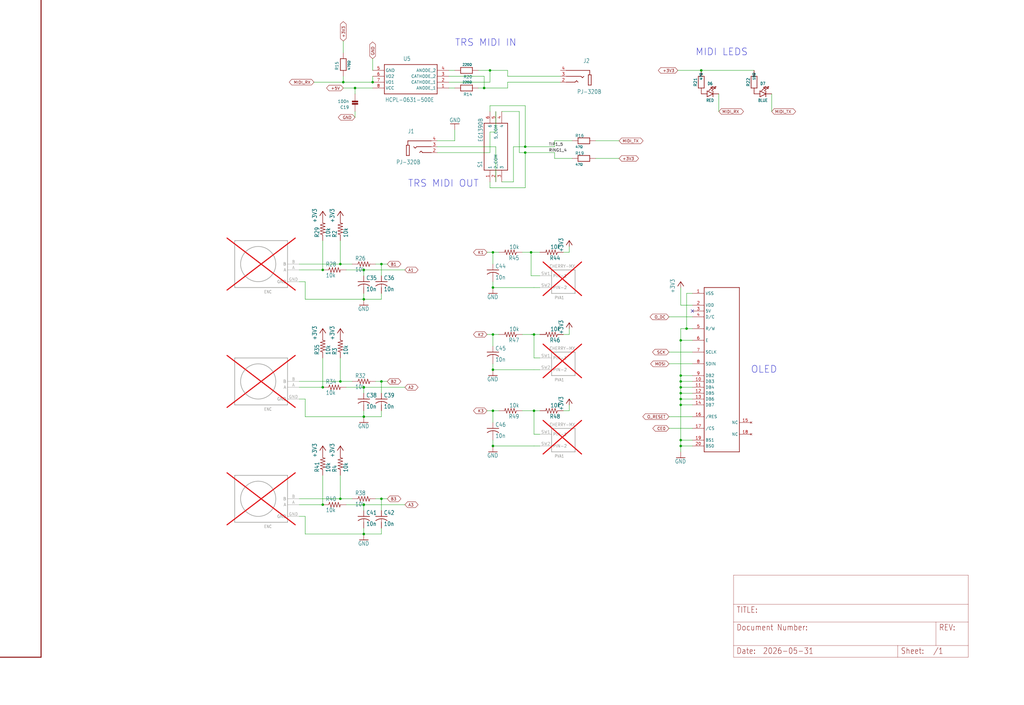
<source format=kicad_sch>
(kicad_sch (version 20250114) (generator "eeschema") (generator_version "9.0")
  (paper "User" 443.23 305.206)
  (lib_symbols
    (symbol "Hachi-Ni_v26-eagle-import:CAP_CERAMIC0603"
      (property "Reference" "C" (at 2.54 2.54 0))
      (symbol "CAP_CERAMIC0603_1_0"
        (pin passive line (at 0 5.08 270) (length 2.54) (name "P$1") (number "1"))
        (pin passive line (at 0 -2.54 90) (length 2.54) (name "P$2") (number "2"))
      )
    )
    (symbol "Hachi-Ni_v26-eagle-import:EG1390B"
      (property "Reference" "S" (at 26.67 7.62 0))
      (symbol "EG1390B_1_0"
        (pin bidirectional line (at 0 0 0) (length 5.08) (name "1") (number "1"))
        (pin bidirectional line (at 0 -2.54 0) (length 5.08) (name "2_COM") (number "2"))
        (pin bidirectional line (at 0 -5.08 0) (length 5.08) (name "3") (number "3"))
        (pin bidirectional line (at 30.48 0 180) (length 5.08) (name "6") (number "6"))
        (pin bidirectional line (at 30.48 -2.54 180) (length 5.08) (name "5_COM") (number "5"))
        (pin bidirectional line (at 30.48 -5.08 180) (length 5.08) (name "4") (number "4"))
      )
    )
    (symbol "Hachi-Ni_v26-eagle-import:HCPL-0631-500E"
      (property "Reference" "U" (at 29.21 7.62 0))
      (symbol "HCPL-0631-500E_1_0"
        (pin bidirectional line (at 0 0 0) (length 5.08) (name "ANODE_1") (number "1"))
        (pin bidirectional line (at 0 -2.54 0) (length 5.08) (name "CATHODE_1") (number "2"))
        (pin bidirectional line (at 0 -5.08 0) (length 5.08) (name "CATHODE_2") (number "3"))
        (pin bidirectional line (at 0 -7.62 0) (length 5.08) (name "ANODE_2") (number "4"))
        (pin bidirectional line (at 33.02 0 180) (length 5.08) (name "VCC") (number "8"))
        (pin bidirectional line (at 33.02 -2.54 180) (length 5.08) (name "VO1") (number "7"))
        (pin bidirectional line (at 33.02 -5.08 180) (length 5.08) (name "VO2") (number "6"))
        (pin bidirectional line (at 33.02 -7.62 180) (length 5.08) (name "GND") (number "5"))
      )
    )
    (symbol "Hachi-Ni_v26-eagle-import:MICROBUILDER_LED0603_NOOUTLINE"
      (property "Reference" "D" (at -1.27 4.445 0))
      (symbol "MICROBUILDER_LED0603_NOOUTLINE_1_0"
        (pin passive line (at -5.08 0 0) (length 2.54) (name "A") (number "A"))
        (pin passive line (at 2.54 0 180) (length 2.54) (name "C") (number "C"))
      )
    )
    (symbol "Hachi-Ni_v26-eagle-import:MICROBUILDER_RESISTOR_0603"
      (property "Reference" "R" (at 0 2.54 0))
      (symbol "MICROBUILDER_RESISTOR_0603_1_0"
        (pin passive line (at -5.08 0 0) (length 2.54) (name "1") (number "1"))
        (pin passive line (at 5.08 0 180) (length 2.54) (name "2") (number "2"))
      )
    )
    (symbol "Hachi-Ni_v26-eagle-import:PJ-320B"
      (property "Reference" "J" (at -5.08 5.08 0))
      (symbol "PJ-320B_1_0"
        (pin passive line (at 7.62 2.54 180) (length 2.54) (name "SLEEVE") (number "4"))
        (pin passive line (at 7.62 0 180) (length 2.54) (name "RING") (number "3"))
        (pin passive line (at 7.62 -2.54 180) (length 2.54) (name "TIP") (number "2"))
      )
    )
    (symbol "Hachi-Ni_v26-eagle-import:supply1_GND" (power)
      (property "Value" "supply1_GND" (at -2.54 -2.54 0))
      (symbol "supply1_GND_1_0"
        (pin power_in line (at 0 2.54 270) (length 2.54) (name "GND") (number "1"))
      )
    )
    (symbol "MyLibrary:CHERRY-MX"
      (symbol "CHERRY-MX_1_0"
        (text "CHERRY-MX" (at -6.096 5.842 0) (effects (font (size 1.4224 1.209)) (justify left bottom)))
        (pin bidirectional line (at -10.16 2.54 0) (length 5.08) (name "PIN-1") (number "SW1"))
        (pin bidirectional line (at -10.16 -2.54 0) (length 5.08) (name "PIN-2") (number "SW2"))
      )
    )
    (symbol "norns-shield-210330-eagle-import:+3V3" (power)
      (property "Value" "+3V3" (at -2.54 -5.08 90))
      (symbol "+3V3_1_0"
        (pin power_in line (at 0 -2.54 90) (length 2.54) (name "+3V3") (number "1"))
      )
    )
    (symbol "norns-shield-210330-eagle-import:C-USC0603"
      (property "Reference" "C" (at 1.016 0.635 0))
      (symbol "C-USC0603_1_0"
        (pin passive line (at 0 2.54 270) (length 2.54) (name "1") (number "1"))
        (pin passive line (at 0 -5.08 90) (length 2.54) (name "2") (number "2"))
      )
    )
    (symbol "norns-shield-210330-eagle-import:ENC"
      (symbol "ENC_1_0"
        (pin bidirectional line (at 17.78 0 180) (length 5.08) (name "B") (number "B"))
        (pin bidirectional line (at 17.78 -2.54 180) (length 5.08) (name "A") (number "A"))
        (pin bidirectional line (at 17.78 -7.62 180) (length 5.08) (name "GND") (number "GND"))
      )
    )
    (symbol "norns-shield-210330-eagle-import:GND" (power)
      (property "Value" "GND" (at -2.54 -2.54 0))
      (symbol "GND_1_0"
        (pin power_in line (at 0 2.54 270) (length 2.54) (name "GND") (number "1"))
      )
    )
    (symbol "norns-shield-210330-eagle-import:OLED128X64"
      (symbol "OLED128X64_1_0"
        (pin bidirectional line (at -27.94 22.86 0) (length 5.08) (name "VSS") (number "1"))
        (pin bidirectional line (at -27.94 17.78 0) (length 5.08) (name "VDD") (number "2"))
        (pin bidirectional line (at -27.94 15.24 0) (length 5.08) (name "5V") (number "3"))
        (pin bidirectional line (at -27.94 12.7 0) (length 5.08) (name "D/C") (number "4"))
        (pin bidirectional line (at -27.94 7.62 0) (length 5.08) (name "R/W") (number "5"))
        (pin bidirectional line (at -27.94 2.54 0) (length 5.08) (name "E") (number "6"))
        (pin bidirectional line (at -27.94 -2.54 0) (length 5.08) (name "SCLK") (number "7"))
        (pin bidirectional line (at -27.94 -7.62 0) (length 5.08) (name "SDIN") (number "8"))
        (pin bidirectional line (at -27.94 -12.7 0) (length 5.08) (name "DB2") (number "9"))
        (pin bidirectional line (at -27.94 -15.24 0) (length 5.08) (name "DB3") (number "10"))
        (pin bidirectional line (at -27.94 -17.78 0) (length 5.08) (name "DB4") (number "11"))
        (pin bidirectional line (at -27.94 -20.32 0) (length 5.08) (name "DB5") (number "12"))
        (pin bidirectional line (at -27.94 -22.86 0) (length 5.08) (name "DB6") (number "13"))
        (pin bidirectional line (at -27.94 -25.4 0) (length 5.08) (name "DB7") (number "14"))
        (pin bidirectional line (at -27.94 -30.48 0) (length 5.08) (name "/RES") (number "16"))
        (pin bidirectional line (at -27.94 -35.56 0) (length 5.08) (name "/CS") (number "17"))
        (pin bidirectional line (at -27.94 -40.64 0) (length 5.08) (name "BS1") (number "19"))
        (pin bidirectional line (at -27.94 -43.18 0) (length 5.08) (name "BS0") (number "20"))
        (pin no_connect line (at -2.54 -33.02 180) (length 5.08) (name "NC") (number "15"))
        (pin no_connect line (at -2.54 -38.1 180) (length 5.08) (name "NC") (number "18"))
      )
    )
    (symbol "norns-shield-210330-eagle-import:R-US_R0603"
      (property "Reference" "R" (at -3.81 1.4986 0))
      (symbol "R-US_R0603_1_0"
        (pin passive line (at -5.08 0 0) (length 2.54) (name "1") (number "1"))
        (pin passive line (at 5.08 0 180) (length 2.54) (name "2") (number "2"))
      )
    )
    (symbol "norns-shield-210330-eagle-import:TABL_L"
      (symbol "TABL_L_2_0"
        (text "TITLE:" (at 1.27 19.05 0) (effects (font (size 2.54 2.159)) (justify left bottom)))
        (text "Document Number:" (at 1.27 11.43 0) (effects (font (size 2.54 2.159)) (justify left bottom)))
        (text "Date:" (at 1.27 1.27 0) (effects (font (size 2.54 2.159)) (justify left bottom)))
        (text "${CURRENT_DATE}" (at 12.7 1.27 0) (effects (font (size 2.54 2.159)) (justify left bottom)))
        (text "${PROJECTNAME}" (at 17.78 19.05 0) (effects (font (size 2.54 2.159)) (justify left bottom)))
        (text "Sheet:" (at 72.39 1.27 0) (effects (font (size 2.54 2.159)) (justify left bottom)))
        (text "${#}/${##}" (at 86.36 1.27 0) (effects (font (size 2.54 2.159)) (justify left bottom)))
        (text "REV:" (at 88.9 11.43 0) (effects (font (size 2.54 2.159)) (justify left bottom)))
      )
    )
  )
  (text "TRS MIDI OUT" (at 176.53 81.28 0) (effects (font (size 3 3)) (justify left bottom)))
  (text "OLED" (at 330.708 160.02 0) (effects (font (size 3 3))))
  (text "MIDI LEDS" (at 300.99 24.384 0) (effects (font (size 3 3)) (justify left bottom)))
  (text "TRS MIDI IN" (at 196.85 20.32 0) (effects (font (size 3 3)) (justify left bottom)))
  (junction (at 157.48 180.34))
  (junction (at 165.1 215.9))
  (junction (at 294.64 170.18))
  (junction (at 212.09 30.48))
  (junction (at 209.55 38.1))
  (junction (at 227.33 63.5))
  (junction (at 303.53 30.48))
  (junction (at 153.67 38.1))
  (junction (at 213.36 124.46))
  (junction (at 297.18 142.24))
  (junction (at 294.64 175.26))
  (junction (at 157.48 116.84))
  (junction (at 157.48 129.54))
  (junction (at 139.7 116.84))
  (junction (at 213.36 177.8))
  (junction (at 157.48 167.64))
  (junction (at 227.33 66.04))
  (junction (at 139.7 167.64))
  (junction (at 147.32 114.3))
  (junction (at 213.36 109.22))
  (junction (at 213.36 193.04))
  (junction (at 294.64 172.72))
  (junction (at 157.48 218.44))
  (junction (at 294.64 165.1))
  (junction (at 294.64 190.5))
  (junction (at 213.36 144.78))
  (junction (at 231.14 144.78))
  (junction (at 231.14 177.8))
  (junction (at 157.48 231.14))
  (junction (at 294.64 162.56))
  (junction (at 294.64 147.32))
  (junction (at 148.59 35.56))
  (junction (at 161.29 35.56))
  (junction (at 165.1 165.1))
  (junction (at 165.1 114.3))
  (junction (at 147.32 215.9))
  (junction (at 147.32 165.1))
  (junction (at 139.7 218.44))
  (junction (at 213.36 160.02))
  (junction (at 229.87 109.22))
  (junction (at 294.64 193.04))
  (junction (at 294.64 167.64))
  (no_connect (at 299.72 134.62))
  (wire (pts (xy 213.36 193.04) (xy 213.36 190.5)) (stroke (width 0.1524)))
  (wire (pts (xy 299.72 185.42) (xy 289.56 185.42)) (stroke (width 0.1524)))
  (wire (pts (xy 294.64 193.04) (xy 294.64 195.58)) (stroke (width 0.1524)))
  (wire (pts (xy 299.72 190.5) (xy 294.64 190.5)) (stroke (width 0.1524)))
  (wire (pts (xy 334.01 40.64) (xy 334.01 48.26)) (stroke (width 0.1524)))
  (wire (pts (xy 132.08 180.34) (xy 157.48 180.34)) (stroke (width 0.1524)))
  (wire (pts (xy 215.9 177.8) (xy 213.36 177.8)) (stroke (width 0.1524)))
  (wire (pts (xy 242.57 35.56) (xy 219.71 35.56)) (stroke (width 0.1524)))
  (wire (pts (xy 246.38 142.24) (xy 246.38 144.78)) (stroke (width 0.1524)))
  (wire (pts (xy 217.17 78.74) (xy 222.25 78.74)) (stroke (width 0.1524)))
  (wire (pts (xy 299.72 152.4) (xy 289.56 152.4)) (stroke (width 0.1524)))
  (wire (pts (xy 240.03 63.5) (xy 240.03 60.96)) (stroke (width 0.1524)))
  (wire (pts (xy 231.14 144.78) (xy 233.68 144.78)) (stroke (width 0.1524)))
  (wire (pts (xy 129.54 165.1) (xy 147.32 165.1)) (stroke (width 0.1524)))
  (wire (pts (xy 165.1 114.3) (xy 165.1 119.38)) (stroke (width 0.1524)))
  (wire (pts (xy 246.38 144.78) (xy 243.84 144.78)) (stroke (width 0.1524)))
  (wire (pts (xy 229.87 109.22) (xy 229.87 119.38)))
  (wire (pts (xy 161.29 33.02) (xy 161.29 35.56)) (stroke (width 0.1524)))
  (wire (pts (xy 226.06 144.78) (xy 231.14 144.78)) (stroke (width 0.1524)))
  (wire (pts (xy 297.18 142.24) (xy 297.18 127)) (stroke (width 0.1524)))
  (wire (pts (xy 157.48 231.14) (xy 165.1 231.14)) (stroke (width 0.1524)))
  (wire (pts (xy 213.36 149.86) (xy 213.36 144.78)) (stroke (width 0.1524)))
  (wire (pts (xy 157.48 167.64) (xy 157.48 170.18)) (stroke (width 0.1524)))
  (wire (pts (xy 226.06 177.8) (xy 231.14 177.8)) (stroke (width 0.1524)))
  (wire (pts (xy 212.09 30.48) (xy 219.71 30.48)) (stroke (width 0.1524)))
  (wire (pts (xy 149.86 167.64) (xy 157.48 167.64)) (stroke (width 0.1524)))
  (wire (pts (xy 246.38 106.68) (xy 246.38 109.22)) (stroke (width 0.1524)))
  (wire (pts (xy 231.14 193.04) (xy 233.68 193.04)))
  (wire (pts (xy 132.08 223.52) (xy 132.08 231.14)) (stroke (width 0.1524)))
  (wire (pts (xy 231.14 154.94) (xy 231.14 144.78)))
  (wire (pts (xy 233.68 187.96) (xy 231.14 187.96)))
  (wire (pts (xy 157.48 127) (xy 157.48 129.54)) (stroke (width 0.1524)))
  (wire (pts (xy 299.72 137.16) (xy 289.56 137.16)) (stroke (width 0.1524)))
  (wire (pts (xy 129.54 114.3) (xy 147.32 114.3)) (stroke (width 0.1524)))
  (wire (pts (xy 157.48 218.44) (xy 157.48 220.98)) (stroke (width 0.1524)))
  (wire (pts (xy 222.25 63.5) (xy 227.33 63.5)) (stroke (width 0.1524)))
  (wire (pts (xy 194.31 38.1) (xy 196.85 38.1)) (stroke (width 0.1524)))
  (wire (pts (xy 139.7 167.64) (xy 129.54 167.64)) (stroke (width 0.1524)))
  (wire (pts (xy 294.64 162.56) (xy 294.64 165.1)) (stroke (width 0.1524)))
  (wire (pts (xy 257.81 68.58) (xy 267.97 68.58)) (stroke (width 0.1524)))
  (wire (pts (xy 227.33 66.04) (xy 240.03 66.04)) (stroke (width 0.1524)))
  (wire (pts (xy 209.55 33.02) (xy 209.55 38.1)) (stroke (width 0.1524)))
  (wire (pts (xy 214.63 63.5) (xy 214.63 78.74)))
  (wire (pts (xy 148.59 22.86) (xy 148.59 17.78)) (stroke (width 0.1524)))
  (wire (pts (xy 157.48 116.84) (xy 157.48 119.38)) (stroke (width 0.1524)))
  (wire (pts (xy 231.14 177.8) (xy 231.14 187.96)))
  (wire (pts (xy 299.72 162.56) (xy 294.64 162.56)) (stroke (width 0.1524)))
  (wire (pts (xy 213.36 109.22) (xy 210.82 109.22)) (stroke (width 0.1524)))
  (wire (pts (xy 213.36 182.88) (xy 213.36 177.8)) (stroke (width 0.1524)))
  (wire (pts (xy 240.03 68.58) (xy 247.65 68.58)) (stroke (width 0.1524)))
  (wire (pts (xy 212.09 57.15) (xy 214.63 57.15)) (stroke (width 0.1524)))
  (wire (pts (xy 139.7 104.14) (xy 139.7 116.84)) (stroke (width 0.1524)))
  (wire (pts (xy 157.48 228.6) (xy 157.48 231.14)) (stroke (width 0.1524)))
  (wire (pts (xy 311.15 40.64) (xy 311.15 48.26)) (stroke (width 0.1524)))
  (wire (pts (xy 213.36 114.3) (xy 213.36 109.22)) (stroke (width 0.1524)))
  (wire (pts (xy 153.67 38.1) (xy 148.59 38.1)) (stroke (width 0.1524)))
  (wire (pts (xy 215.9 144.78) (xy 213.36 144.78)) (stroke (width 0.1524)))
  (wire (pts (xy 293.37 30.48) (xy 303.53 30.48)) (stroke (width 0.1524)))
  (wire (pts (xy 294.64 172.72) (xy 294.64 175.26)) (stroke (width 0.1524)))
  (wire (pts (xy 139.7 205.74) (xy 139.7 218.44)) (stroke (width 0.1524)))
  (wire (pts (xy 219.71 33.02) (xy 242.57 33.02)) (stroke (width 0.1524)))
  (wire (pts (xy 153.67 48.26) (xy 153.67 50.8)) (stroke (width 0.1524)))
  (wire (pts (xy 299.72 193.04) (xy 294.64 193.04)) (stroke (width 0.1524)))
  (wire (pts (xy 231.14 124.46) (xy 233.68 124.46)))
  (wire (pts (xy 299.72 180.34) (xy 289.56 180.34)) (stroke (width 0.1524)))
  (wire (pts (xy 139.7 218.44) (xy 129.54 218.44)) (stroke (width 0.1524)))
  (wire (pts (xy 213.36 144.78) (xy 210.82 144.78)) (stroke (width 0.1524)))
  (wire (pts (xy 227.33 81.28) (xy 227.33 66.04)) (stroke (width 0.1524)))
  (wire (pts (xy 231.14 160.02) (xy 233.68 160.02)))
  (wire (pts (xy 153.67 38.1) (xy 153.67 40.64)) (stroke (width 0.1524)))
  (wire (pts (xy 147.32 114.3) (xy 152.4 114.3)) (stroke (width 0.1524)))
  (wire (pts (xy 129.54 223.52) (xy 132.08 223.52)) (stroke (width 0.1524)))
  (wire (pts (xy 147.32 215.9) (xy 152.4 215.9)) (stroke (width 0.1524)))
  (wire (pts (xy 212.09 66.04) (xy 212.09 57.15)) (stroke (width 0.1524)))
  (wire (pts (xy 303.53 30.48) (xy 326.39 30.48)) (stroke (width 0.1524)))
  (wire (pts (xy 224.79 48.26) (xy 224.79 66.04)) (stroke (width 0.1524)))
  (wire (pts (xy 224.79 66.04) (xy 227.33 66.04)) (stroke (width 0.1524)))
  (wire (pts (xy 148.59 35.56) (xy 161.29 35.56)) (stroke (width 0.1524)))
  (wire (pts (xy 243.84 109.22) (xy 246.38 109.22)) (stroke (width 0.1524)))
  (wire (pts (xy 189.23 66.04) (xy 212.09 66.04)) (stroke (width 0.1524)))
  (wire (pts (xy 226.06 109.22) (xy 229.87 109.22)) (stroke (width 0.1524)))
  (wire (pts (xy 212.09 45.72) (xy 227.33 45.72)) (stroke (width 0.1524)))
  (wire (pts (xy 213.36 160.02) (xy 231.14 160.02)) (stroke (width 0.1524)))
  (wire (pts (xy 240.03 60.96) (xy 247.65 60.96)) (stroke (width 0.1524)))
  (wire (pts (xy 212.09 78.74) (xy 212.09 81.28)) (stroke (width 0.1524)))
  (wire (pts (xy 196.85 60.96) (xy 196.85 56.134)) (stroke (width 0.1524)))
  (wire (pts (xy 147.32 104.14) (xy 147.32 114.3)) (stroke (width 0.1524)))
  (wire (pts (xy 299.72 172.72) (xy 294.64 172.72)) (stroke (width 0.1524)))
  (wire (pts (xy 214.63 48.26) (xy 214.63 57.15)) (stroke (width 0.1524)))
  (wire (pts (xy 294.64 147.32) (xy 294.64 162.56)) (stroke (width 0.1524)))
  (wire (pts (xy 157.48 180.34) (xy 165.1 180.34)) (stroke (width 0.1524)))
  (wire (pts (xy 207.01 38.1) (xy 209.55 38.1)) (stroke (width 0.1524)))
  (wire (pts (xy 231.14 144.78) (xy 229.87 144.78)))
  (wire (pts (xy 294.64 167.64) (xy 294.64 170.18)) (stroke (width 0.1524)))
  (wire (pts (xy 294.64 190.5) (xy 294.64 193.04)) (stroke (width 0.1524)))
  (wire (pts (xy 299.72 142.24) (xy 297.18 142.24)) (stroke (width 0.1524)))
  (wire (pts (xy 194.31 33.02) (xy 209.55 33.02)) (stroke (width 0.1524)))
  (wire (pts (xy 213.36 160.02) (xy 213.36 157.48)) (stroke (width 0.1524)))
  (wire (pts (xy 213.36 124.46) (xy 231.14 124.46)) (stroke (width 0.1524)))
  (wire (pts (xy 162.56 114.3) (xy 165.1 114.3)) (stroke (width 0.1524)))
  (wire (pts (xy 227.33 63.5) (xy 240.03 63.5)) (stroke (width 0.1524)))
  (wire (pts (xy 132.08 231.14) (xy 157.48 231.14)) (stroke (width 0.1524)))
  (wire (pts (xy 139.7 154.94) (xy 139.7 167.64)) (stroke (width 0.1524)))
  (wire (pts (xy 157.48 218.44) (xy 175.26 218.44)) (stroke (width 0.1524)))
  (wire (pts (xy 257.81 60.96) (xy 267.97 60.96)) (stroke (width 0.1524)))
  (wire (pts (xy 157.48 167.64) (xy 175.26 167.64)) (stroke (width 0.1524)))
  (wire (pts (xy 299.72 170.18) (xy 294.64 170.18)) (stroke (width 0.1524)))
  (wire (pts (xy 149.86 218.44) (xy 157.48 218.44)) (stroke (width 0.1524)))
  (wire (pts (xy 162.56 165.1) (xy 165.1 165.1)) (stroke (width 0.1524)))
  (wire (pts (xy 240.03 66.04) (xy 240.03 68.58)) (stroke (width 0.1524)))
  (wire (pts (xy 135.89 35.56) (xy 148.59 35.56)) (stroke (width 0.1524)))
  (wire (pts (xy 147.32 154.94) (xy 147.32 165.1)) (stroke (width 0.1524)))
  (wire (pts (xy 212.09 35.56) (xy 212.09 30.48)) (stroke (width 0.1524)))
  (wire (pts (xy 294.64 142.24) (xy 294.64 147.32)) (stroke (width 0.1524)))
  (wire (pts (xy 297.18 127) (xy 299.72 127)) (stroke (width 0.1524)))
  (wire (pts (xy 213.36 177.8) (xy 210.82 177.8)) (stroke (width 0.1524)))
  (wire (pts (xy 229.87 109.22) (xy 233.68 109.22)) (stroke (width 0.1524)))
  (wire (pts (xy 212.09 81.28) (xy 227.33 81.28)) (stroke (width 0.1524)))
  (wire (pts (xy 129.54 215.9) (xy 147.32 215.9)) (stroke (width 0.1524)))
  (wire (pts (xy 215.9 109.22) (xy 213.36 109.22)) (stroke (width 0.1524)))
  (wire (pts (xy 212.09 30.48) (xy 207.01 30.48)) (stroke (width 0.1524)))
  (wire (pts (xy 129.54 172.72) (xy 132.08 172.72)) (stroke (width 0.1524)))
  (wire (pts (xy 212.09 48.26) (xy 212.09 45.72)) (stroke (width 0.1524)))
  (wire (pts (xy 165.1 231.14) (xy 165.1 228.6)) (stroke (width 0.1524)))
  (wire (pts (xy 233.68 154.94) (xy 231.14 154.94)))
  (wire (pts (xy 157.48 116.84) (xy 175.26 116.84)) (stroke (width 0.1524)))
  (wire (pts (xy 165.1 215.9) (xy 165.1 220.98)) (stroke (width 0.1524)))
  (wire (pts (xy 246.38 177.8) (xy 246.38 175.26)) (stroke (width 0.1524)))
  (wire (pts (xy 299.72 165.1) (xy 294.64 165.1)) (stroke (width 0.1524)))
  (wire (pts (xy 132.08 129.54) (xy 157.48 129.54)) (stroke (width 0.1524)))
  (wire (pts (xy 157.48 129.54) (xy 165.1 129.54)) (stroke (width 0.1524)))
  (wire (pts (xy 148.59 35.56) (xy 148.59 33.02)) (stroke (width 0.1524)))
  (wire (pts (xy 299.72 167.64) (xy 294.64 167.64)) (stroke (width 0.1524)))
  (wire (pts (xy 299.72 175.26) (xy 294.64 175.26)) (stroke (width 0.1524)))
  (wire (pts (xy 209.55 38.1) (xy 219.71 38.1)) (stroke (width 0.1524)))
  (wire (pts (xy 165.1 180.34) (xy 165.1 177.8)) (stroke (width 0.1524)))
  (wire (pts (xy 214.63 63.5) (xy 189.23 63.5)) (stroke (width 0.1524)))
  (wire (pts (xy 149.86 116.84) (xy 157.48 116.84)) (stroke (width 0.1524)))
  (wire (pts (xy 219.71 30.48) (xy 219.71 33.02)) (stroke (width 0.1524)))
  (wire (pts (xy 165.1 114.3) (xy 167.64 114.3)) (stroke (width 0.1524)))
  (wire (pts (xy 189.23 60.96) (xy 196.85 60.96)) (stroke (width 0.1524)))
  (wire (pts (xy 217.17 48.26) (xy 224.79 48.26)) (stroke (width 0.1524)))
  (wire (pts (xy 294.64 170.18) (xy 294.64 172.72)) (stroke (width 0.1524)))
  (wire (pts (xy 165.1 215.9) (xy 167.64 215.9)) (stroke (width 0.1524)))
  (wire (pts (xy 165.1 165.1) (xy 165.1 170.18)) (stroke (width 0.1524)))
  (wire (pts (xy 147.32 165.1) (xy 152.4 165.1)) (stroke (width 0.1524)))
  (wire (pts (xy 294.64 175.26) (xy 294.64 190.5)) (stroke (width 0.1524)))
  (wire (pts (xy 222.25 78.74) (xy 222.25 63.5)) (stroke (width 0.1524)))
  (wire (pts (xy 165.1 165.1) (xy 167.64 165.1)) (stroke (width 0.1524)))
  (wire (pts (xy 157.48 177.8) (xy 157.48 180.34)) (stroke (width 0.1524)))
  (wire (pts (xy 231.14 177.8) (xy 233.68 177.8)) (stroke (width 0.1524)))
  (wire (pts (xy 153.67 38.1) (xy 161.29 38.1)) (stroke (width 0.1524)))
  (wire (pts (xy 165.1 129.54) (xy 165.1 127)) (stroke (width 0.1524)))
  (wire (pts (xy 294.64 132.08) (xy 294.64 124.46)) (stroke (width 0.1524)))
  (wire (pts (xy 219.71 38.1) (xy 219.71 35.56)) (stroke (width 0.1524)))
  (wire (pts (xy 132.08 172.72) (xy 132.08 180.34)) (stroke (width 0.1524)))
  (wire (pts (xy 233.68 119.38) (xy 229.87 119.38)))
  (wire (pts (xy 132.08 121.92) (xy 132.08 129.54)) (stroke (width 0.1524)))
  (wire (pts (xy 139.7 116.84) (xy 129.54 116.84)) (stroke (width 0.1524)))
  (wire (pts (xy 299.72 157.48) (xy 289.56 157.48)) (stroke (width 0.1524)))
  (wire (pts (xy 227.33 45.72) (xy 227.33 63.5)) (stroke (width 0.1524)))
  (wire (pts (xy 299.72 132.08) (xy 294.64 132.08)) (stroke (width 0.1524)))
  (wire (pts (xy 129.54 121.92) (xy 132.08 121.92)) (stroke (width 0.1524)))
  (wire (pts (xy 213.36 193.04) (xy 231.14 193.04)) (stroke (width 0.1524)))
  (wire (pts (xy 194.31 35.56) (xy 212.09 35.56)) (stroke (width 0.1524)))
  (wire (pts (xy 243.84 177.8) (xy 246.38 177.8)) (stroke (width 0.1524)))
  (wire (pts (xy 162.56 215.9) (xy 165.1 215.9)) (stroke (width 0.1524)))
  (wire (pts (xy 297.18 142.24) (xy 294.64 142.24)) (stroke (width 0.1524)))
  (wire (pts (xy 213.36 124.46) (xy 213.36 121.92)) (stroke (width 0.1524)))
  (wire (pts (xy 194.31 30.48) (xy 196.85 30.48)) (stroke (width 0.1524)))
  (wire (pts (xy 294.64 165.1) (xy 294.64 167.64)) (stroke (width 0.1524)))
  (wire (pts (xy 147.32 215.9) (xy 147.32 205.74)) (stroke (width 0.1524)))
  (wire (pts (xy 161.29 30.48) (xy 161.29 25.4)) (stroke (width 0.1524)))
  (wire (pts (xy 299.72 147.32) (xy 294.64 147.32)) (stroke (width 0.1524)))
  (label "TIP1_5" (at 237.49 63.5 0) (effects (font (size 1.2446 1.2446))))
  (label "RING1_4" (at 237.49 66.04 0) (effects (font (size 1.2446 1.2446))))
  (global_label "MOSI" (shape bidirectional) (at 289.56 157.48 180) (effects (font (size 1.2446 1.2446))) (property "Intersheetrefs" "${INTERSHEET_REFS}" (effects (hide yes))))
  (global_label "+3V3" (shape bidirectional) (at 293.37 30.48 180) (effects (font (size 1.2446 1.2446))) (property "Intersheetrefs" "${INTERSHEET_REFS}" (effects (hide yes))))
  (global_label "GND" (shape bidirectional) (at 153.67 50.8 180) (effects (font (size 1.2446 1.2446))) (property "Intersheetrefs" "${INTERSHEET_REFS}" (effects (hide yes))))
  (global_label "MIDI_RX" (shape bidirectional) (at 311.15 48.26 0) (effects (font (size 1.2446 1.2446))) (property "Intersheetrefs" "${INTERSHEET_REFS}" (effects (hide yes))))
  (global_label "K2" (shape bidirectional) (at 210.82 144.78 180) (effects (font (size 1.2446 1.2446))) (property "Intersheetrefs" "${INTERSHEET_REFS}" (effects (hide yes))))
  (global_label "+3V3" (shape bidirectional) (at 148.59 17.78 90) (effects (font (size 1.2446 1.2446))) (property "Intersheetrefs" "${INTERSHEET_REFS}" (effects (hide yes))))
  (global_label "+3V3" (shape bidirectional) (at 267.97 68.58 0) (effects (font (size 1.2446 1.2446))) (property "Intersheetrefs" "${INTERSHEET_REFS}" (effects (hide yes))))
  (global_label "K1" (shape bidirectional) (at 210.82 109.22 180) (effects (font (size 1.2446 1.2446))) (property "Intersheetrefs" "${INTERSHEET_REFS}" (effects (hide yes))))
  (global_label "CE0" (shape bidirectional) (at 289.56 185.42 180) (effects (font (size 1.2446 1.2446))) (property "Intersheetrefs" "${INTERSHEET_REFS}" (effects (hide yes))))
  (global_label "B3" (shape bidirectional) (at 167.64 215.9 0) (effects (font (size 1.2446 1.2446))) (property "Intersheetrefs" "${INTERSHEET_REFS}" (effects (hide yes))))
  (global_label "O_DC" (shape bidirectional) (at 289.56 137.16 180) (effects (font (size 1.2446 1.2446))) (property "Intersheetrefs" "${INTERSHEET_REFS}" (effects (hide yes))))
  (global_label "+5V" (shape bidirectional) (at 148.59 38.1 180) (effects (font (size 1.2446 1.2446))) (property "Intersheetrefs" "${INTERSHEET_REFS}" (effects (hide yes))))
  (global_label "B1" (shape bidirectional) (at 167.64 114.3 0) (effects (font (size 1.2446 1.2446))) (property "Intersheetrefs" "${INTERSHEET_REFS}" (effects (hide yes))))
  (global_label "A3" (shape bidirectional) (at 175.26 218.44 0) (effects (font (size 1.2446 1.2446))) (property "Intersheetrefs" "${INTERSHEET_REFS}" (effects (hide yes))))
  (global_label "GND" (shape bidirectional) (at 161.29 25.4 90) (effects (font (size 1.2446 1.2446))) (property "Intersheetrefs" "${INTERSHEET_REFS}" (effects (hide yes))))
  (global_label "B2" (shape bidirectional) (at 167.64 165.1 0) (effects (font (size 1.2446 1.2446))) (property "Intersheetrefs" "${INTERSHEET_REFS}" (effects (hide yes))))
  (global_label "A1" (shape bidirectional) (at 175.26 116.84 0) (effects (font (size 1.2446 1.2446))) (property "Intersheetrefs" "${INTERSHEET_REFS}" (effects (hide yes))))
  (global_label "O_RESET" (shape bidirectional) (at 289.56 180.34 180) (effects (font (size 1.2446 1.2446))) (property "Intersheetrefs" "${INTERSHEET_REFS}" (effects (hide yes))))
  (global_label "MIDI_TX" (shape bidirectional) (at 334.01 48.26 0) (effects (font (size 1.2446 1.2446))) (property "Intersheetrefs" "${INTERSHEET_REFS}" (effects (hide yes))))
  (global_label "K3" (shape bidirectional) (at 210.82 177.8 180) (effects (font (size 1.2446 1.2446))) (property "Intersheetrefs" "${INTERSHEET_REFS}" (effects (hide yes))))
  (global_label "SCK" (shape bidirectional) (at 289.56 152.4 180) (effects (font (size 1.2446 1.2446))) (property "Intersheetrefs" "${INTERSHEET_REFS}" (effects (hide yes))))
  (global_label "MIDI_RX" (shape bidirectional) (at 135.89 35.56 180) (effects (font (size 1.2446 1.2446))) (property "Intersheetrefs" "${INTERSHEET_REFS}" (effects (hide yes))))
  (global_label "MIDI_TX" (shape bidirectional) (at 267.97 60.96 0) (effects (font (size 1.2446 1.2446))) (property "Intersheetrefs" "${INTERSHEET_REFS}" (effects (hide yes))))
  (global_label "A2" (shape bidirectional) (at 175.26 167.64 0) (effects (font (size 1.2446 1.2446))) (property "Intersheetrefs" "${INTERSHEET_REFS}" (effects (hide yes))))
  (symbol (lib_id "norns-shield-210330-eagle-import:R-US_R0603") (at 238.76 109.22 180) (unit 1)
    (property "Reference" "R44" (at 242.57 110.7186 0) (effects (font (size 1.778 1.5113)) (justify left bottom)))
    (property "Value" "10k" (at 242.57 105.918 0) (effects (font (size 1.778 1.5113)) (justify left bottom)))
    (property "Footprint" "ShieldXL:R0603" (effects (hide yes)))
  )
  (symbol (lib_id "norns-shield-210330-eagle-import:C-USC0603") (at 165.1 223.52 0) (unit 1)
    (property "Reference" "C42" (at 166.116 222.885 0) (effects (font (size 1.778 1.5113)) (justify left bottom)))
    (property "Value" "10n" (at 166.116 227.711 0) (effects (font (size 1.778 1.5113)) (justify left bottom)))
    (property "Footprint" "ShieldXL:C0603" (effects (hide yes)))
  )
  (symbol (lib_id "norns-shield-210330-eagle-import:GND") (at 213.36 195.58 0) (unit 1)
    (property "Reference" "#GND040" (effects (hide yes)))
    (property "Value" "GND" (at 210.82 198.12 0) (effects (font (size 1.778 1.5113)) (justify left bottom)))
  )
  (symbol (lib_id "norns-shield-210330-eagle-import:GND") (at 213.36 127 0) (unit 1)
    (property "Reference" "#GND036" (effects (hide yes)))
    (property "Value" "GND" (at 210.82 129.54 0) (effects (font (size 1.778 1.5113)) (justify left bottom)))
  )
  (symbol (lib_id "norns-shield-210330-eagle-import:+3V3") (at 294.64 121.92 0) (unit 1)
    (property "Reference" "#+3V08" (effects (hide yes)))
    (property "Value" "+3V3" (at 292.1 127 90) (effects (font (size 1.778 1.5113)) (justify left bottom)))
  )
  (symbol (lib_id "norns-shield-210330-eagle-import:+3V3") (at 147.32 142.24 0) (unit 1)
    (property "Reference" "#+3V013" (effects (hide yes)))
    (property "Value" "+3V3" (at 144.78 147.32 90) (effects (font (size 1.778 1.5113)) (justify left bottom)))
  )
  (symbol (lib_id "norns-shield-210330-eagle-import:TABL_L") (at 17.78 284.48 90) (unit 1)
    (property "Reference" "#FRAME2" (effects (hide yes)))
    (property "Value" "TABL_L" (effects (hide yes)))
  )
  (symbol (lib_id "Hachi-Ni_v26-eagle-import:CAP_CERAMIC0603") (at 153.67 43.18 180) (unit 1)
    (property "Reference" "C18" (at 151.13 45.72 0) (effects (justify left bottom)))
    (property "Value" "100n" (at 151.13 43.18 0) (effects (justify left bottom)))
    (property "Footprint" "ShieldXL:C0603" (effects (hide yes)))
    (instances (project "Hachi-Ni_v26" (path "" (reference "C19") (unit 1))) (project "ShieldXL-M" (path "" (reference "C18") (unit 1))))
  )
  (symbol (lib_id "norns-shield-210330-eagle-import:GND") (at 157.48 233.68 0) (unit 1)
    (property "Reference" "#GND034" (effects (hide yes)))
    (property "Value" "GND" (at 154.94 236.22 0) (effects (font (size 1.778 1.5113)) (justify left bottom)))
  )
  (symbol (lib_id "norns-shield-210330-eagle-import:+3V3") (at 139.7 193.04 0) (unit 1)
    (property "Reference" "#+3V07" (effects (hide yes)))
    (property "Value" "+3V3" (at 137.16 198.12 90) (effects (font (size 1.778 1.5113)) (justify left bottom)))
  )
  (symbol (lib_id "norns-shield-210330-eagle-import:R-US_R0603") (at 238.76 177.8 180) (unit 1)
    (property "Reference" "R48" (at 242.57 179.2986 0) (effects (font (size 1.778 1.5113)) (justify left bottom)))
    (property "Value" "10k" (at 242.57 174.498 0) (effects (font (size 1.778 1.5113)) (justify left bottom)))
    (property "Footprint" "ShieldXL:R0603" (effects (hide yes)))
  )
  (symbol (lib_id "Hachi-Ni_v26-eagle-import:EG1390B") (at 212.09 78.74 90) (unit 1)
    (property "Reference" "S1" (at 207.772 72.644 0) (effects (font (size 1.778 1.5113)) (justify left)))
    (property "Value" "EG1390B" (at 208.026 61.468 0) (effects (font (size 1.778 1.5113)) (justify left)))
    (property "Footprint" "ShieldXL:SOP250P600X400-6N" (effects (hide yes)))
  )
  (symbol (lib_id "norns-shield-210330-eagle-import:R-US_R0603") (at 220.98 177.8 180) (unit 1)
    (property "Reference" "R49" (at 224.79 179.2986 0) (effects (font (size 1.778 1.5113)) (justify left bottom)))
    (property "Value" "10k" (at 224.79 174.498 0) (effects (font (size 1.778 1.5113)) (justify left bottom)))
    (property "Footprint" "ShieldXL:R0603" (effects (hide yes)))
  )
  (symbol (lib_id "norns-shield-210330-eagle-import:GND") (at 213.36 162.56 0) (unit 1)
    (property "Reference" "#GND038" (effects (hide yes)))
    (property "Value" "GND" (at 210.82 165.1 0) (effects (font (size 1.778 1.5113)) (justify left bottom)))
  )
  (symbol (lib_id "norns-shield-210330-eagle-import:R-US_R0603") (at 238.76 144.78 180) (unit 1)
    (property "Reference" "R46" (at 242.57 146.2786 0) (effects (font (size 1.778 1.5113)) (justify left bottom)))
    (property "Value" "10k" (at 242.57 141.478 0) (effects (font (size 1.778 1.5113)) (justify left bottom)))
    (property "Footprint" "ShieldXL:R0603" (effects (hide yes)))
  )
  (symbol (lib_id "Hachi-Ni_v26-eagle-import:MICROBUILDER_RESISTOR_0603") (at 303.53 35.56 90) (unit 1)
    (property "Reference" "R19" (at 300.99 35.56 0))
    (property "Value" "47Ω" (at 303.53 33.02 0) (effects (font (size 1.016 1.016) (bold yes))))
    (property "Footprint" "ShieldXL:R0603" (effects (hide yes)))
    (instances (project "Hachi-Ni_v26" (path "" (reference "R21") (unit 1))) (project "ShieldXL-M" (path "" (reference "R19") (unit 1))))
  )
  (symbol (lib_id "Hachi-Ni_v26-eagle-import:HCPL-0631-500E") (at 194.31 38.1 180) (unit 1)
    (property "Reference" "U2" (at 177.8 25.4 0) (effects (font (size 1.778 1.5113)) (justify left)))
    (property "Value" "HCPL-0631-500E" (at 187.96 43.18 0) (effects (font (size 1.778 1.5113)) (justify left)))
    (property "Footprint" "ShieldXL:SSOP-8_3.9x5.05mm_P1.27mm" (effects (hide yes)))
    (instances (project "Hachi-Ni_v26" (path "" (reference "U5") (unit 1))) (project "ShieldXL-M" (path "" (reference "U2") (unit 1))))
  )
  (symbol (lib_id "Hachi-Ni_v26-eagle-import:MICROBUILDER_RESISTOR_0603") (at 252.73 68.58 0) (unit 1)
    (property "Reference" "R18" (at 248.92 67.0814 0) (effects (justify left bottom)))
    (property "Value" "47Ω" (at 248.92 71.882 0) (effects (font (size 1.016 1.016) (bold yes)) (justify left bottom)))
    (property "Footprint" "ShieldXL:R0603" (effects (hide yes)))
    (instances (project "Hachi-Ni_v26" (path "" (reference "R19") (unit 1))) (project "ShieldXL-M" (path "" (reference "R18") (unit 1))))
  )
  (symbol (lib_id "Hachi-Ni_v26-eagle-import:MICROBUILDER_LED0603_NOOUTLINE") (at 331.47 40.64 0) (unit 1)
    (property "Reference" "D2" (at 330.2 36.195 0) (effects (font (size 1.27 1.0795))))
    (property "Value" "BLUE" (at 330.2 43.434 0) (effects (font (size 1.27 1.0795))))
    (property "Footprint" "ShieldXL:CHIPLED_0603_NOOUTLINE" (effects (hide yes)))
    (instances (project "Hachi-Ni_v26" (path "" (reference "D7") (unit 1))) (project "ShieldXL-M" (path "" (reference "D2") (unit 1))))
  )
  (symbol (lib_id "norns-shield-210330-eagle-import:+3V3") (at 246.38 104.14 0) (unit 1)
    (property "Reference" "#+3V09" (effects (hide yes)))
    (property "Value" "+3V3" (at 243.84 109.22 90) (effects (font (size 1.778 1.5113)) (justify left bottom)))
  )
  (symbol (lib_id "norns-shield-210330-eagle-import:R-US_R0603") (at 144.78 167.64 0) (unit 1)
    (property "Reference" "R34" (at 140.97 166.1414 0) (effects (font (size 1.778 1.5113)) (justify left bottom)))
    (property "Value" "10k" (at 140.97 170.942 0) (effects (font (size 1.778 1.5113)) (justify left bottom)))
    (property "Footprint" "ShieldXL:R0603" (effects (hide yes)))
  )
  (symbol (lib_id "norns-shield-210330-eagle-import:TABL_L") (at 317.5 284.48 0) (unit 2)
    (property "Reference" "#FRAME2" (effects (hide yes)))
    (property "Value" "TABL_L" (effects (hide yes)))
  )
  (symbol (lib_id "norns-shield-210330-eagle-import:ENC") (at 111.76 114.3 0) (unit 1) (dnp yes)
    (property "Reference" "E1" (effects (hide yes)))
    (property "Value" "ENC" (at 114.3 127 0) (effects (font (size 1.27 1.0795)) (justify left bottom)))
    (property "Footprint" "ShieldXL:PEC11RN" (effects (hide yes)))
  )
  (symbol (lib_id "MyLibrary:CHERRY-MX") (at 243.84 190.5 0) (unit 1) (dnp yes)
    (property "Reference" "SW3" (effects (hide yes)))
    (property "Value" "PVA1" (at 240.03 198.12 0) (effects (font (size 1.27 1.0795)) (justify left bottom)))
    (property "Footprint" "ShieldXL:Choc_MX_combo" (effects (hide yes)))
  )
  (symbol (lib_id "norns-shield-210330-eagle-import:C-USC0603") (at 157.48 121.92 0) (unit 1)
    (property "Reference" "C35" (at 158.496 121.285 0) (effects (font (size 1.778 1.5113)) (justify left bottom)))
    (property "Value" "10n" (at 158.496 126.111 0) (effects (font (size 1.778 1.5113)) (justify left bottom)))
    (property "Footprint" "ShieldXL:C0603" (effects (hide yes)))
  )
  (symbol (lib_id "norns-shield-210330-eagle-import:GND") (at 157.48 182.88 0) (unit 1)
    (property "Reference" "#GND033" (effects (hide yes)))
    (property "Value" "GND" (at 154.94 185.42 0) (effects (font (size 1.778 1.5113)) (justify left bottom)))
  )
  (symbol (lib_id "norns-shield-210330-eagle-import:C-USC0603") (at 213.36 152.4 0) (unit 1)
    (property "Reference" "C45" (at 214.376 151.765 0) (effects (font (size 1.778 1.5113)) (justify left bottom)))
    (property "Value" "10n" (at 214.376 156.591 0) (effects (font (size 1.778 1.5113)) (justify left bottom)))
    (property "Footprint" "ShieldXL:C0603" (effects (hide yes)))
  )
  (symbol (lib_id "norns-shield-210330-eagle-import:+3V3") (at 147.32 193.04 0) (unit 1)
    (property "Reference" "#+3V014" (effects (hide yes)))
    (property "Value" "+3V3" (at 144.78 198.12 90) (effects (font (size 1.778 1.5113)) (justify left bottom)))
  )
  (symbol (lib_id "Hachi-Ni_v26-eagle-import:MICROBUILDER_LED0603_NOOUTLINE") (at 308.61 40.64 0) (unit 1)
    (property "Reference" "D1" (at 307.34 36.195 0) (effects (font (size 1.27 1.0795))))
    (property "Value" "RED" (at 307.34 43.434 0) (effects (font (size 1.27 1.0795))))
    (property "Footprint" "ShieldXL:CHIPLED_0603_NOOUTLINE" (effects (hide yes)))
    (instances (project "Hachi-Ni_v26" (path "" (reference "D6") (unit 1))) (project "ShieldXL-M" (path "" (reference "D1") (unit 1))))
  )
  (symbol (lib_id "norns-shield-210330-eagle-import:GND") (at 294.64 198.12 0) (unit 1)
    (property "Reference" "#GND050" (effects (hide yes)))
    (property "Value" "GND" (at 292.1 200.66 0) (effects (font (size 1.778 1.5113)) (justify left bottom)))
  )
  (symbol (lib_id "MyLibrary:CHERRY-MX") (at 243.84 157.48 0) (unit 1) (dnp yes)
    (property "Reference" "SW2" (effects (hide yes)))
    (property "Value" "PVA1" (at 240.03 165.1 0) (effects (font (size 1.27 1.0795)) (justify left bottom)))
    (property "Footprint" "ShieldXL:Choc_MX_combo" (effects (hide yes)))
  )
  (symbol (lib_id "norns-shield-210330-eagle-import:R-US_R0603") (at 144.78 116.84 0) (unit 1)
    (property "Reference" "R28" (at 140.97 115.3414 0) (effects (font (size 1.778 1.5113)) (justify left bottom)))
    (property "Value" "10k" (at 140.97 120.142 0) (effects (font (size 1.778 1.5113)) (justify left bottom)))
    (property "Footprint" "ShieldXL:R0603" (effects (hide yes)))
  )
  (symbol (lib_id "norns-shield-210330-eagle-import:+3V3") (at 139.7 91.44 0) (unit 1)
    (property "Reference" "#+3V05" (effects (hide yes)))
    (property "Value" "+3V3" (at 137.16 96.52 90) (effects (font (size 1.778 1.5113)) (justify left bottom)))
  )
  (symbol (lib_id "norns-shield-210330-eagle-import:R-US_R0603") (at 147.32 149.86 90) (unit 1)
    (property "Reference" "R3" (at 145.8214 153.67 0) (effects (font (size 1.778 1.5113)) (justify left bottom)))
    (property "Value" "10k" (at 150.622 153.67 0) (effects (font (size 1.778 1.5113)) (justify left bottom)))
    (property "Footprint" "ShieldXL:R0603" (effects (hide yes)))
  )
  (symbol (lib_id "norns-shield-210330-eagle-import:R-US_R0603") (at 147.32 200.66 90) (unit 1)
    (property "Reference" "R4" (at 145.8214 204.47 0) (effects (font (size 1.778 1.5113)) (justify left bottom)))
    (property "Value" "10k" (at 150.622 204.47 0) (effects (font (size 1.778 1.5113)) (justify left bottom)))
    (property "Footprint" "ShieldXL:R0603" (effects (hide yes)))
  )
  (symbol (lib_id "norns-shield-210330-eagle-import:C-USC0603") (at 157.48 223.52 0) (unit 1)
    (property "Reference" "C41" (at 158.496 222.885 0) (effects (font (size 1.778 1.5113)) (justify left bottom)))
    (property "Value" "10n" (at 158.496 227.711 0) (effects (font (size 1.778 1.5113)) (justify left bottom)))
    (property "Footprint" "ShieldXL:C0603" (effects (hide yes)))
  )
  (symbol (lib_id "norns-shield-210330-eagle-import:OLED128X64") (at 327.66 149.86 0) (unit 1)
    (property "Reference" "U$1" (effects (hide yes)))
    (property "Value" "FPC1M20P-B310" (effects (hide yes)))
    (property "Footprint" "ShieldXL:F-FPC1M20P-B310" (effects (hide yes)))
  )
  (symbol (lib_id "Hachi-Ni_v26-eagle-import:MICROBUILDER_RESISTOR_0603") (at 201.93 30.48 180) (unit 1)
    (property "Reference" "R6" (at 204.47 32.512 0) (effects (justify left bottom)))
    (property "Value" "220Ω" (at 204.47 27.305 0) (effects (font (size 1.016 1.016) (bold yes)) (justify left bottom)))
    (property "Footprint" "ShieldXL:R0603" (effects (hide yes)))
    (instances (project "Hachi-Ni_v26" (path "" (reference "R20") (unit 1))) (project "ShieldXL-M" (path "" (reference "R6") (unit 1))))
  )
  (symbol (lib_id "norns-shield-210330-eagle-import:R-US_R0603") (at 157.48 215.9 0) (unit 1)
    (property "Reference" "R38" (at 153.67 214.4014 0) (effects (font (size 1.778 1.5113)) (justify left bottom)))
    (property "Value" "10k" (at 153.67 219.202 0) (effects (font (size 1.778 1.5113)) (justify left bottom)))
    (property "Footprint" "ShieldXL:R0603" (effects (hide yes)))
  )
  (symbol (lib_id "norns-shield-210330-eagle-import:R-US_R0603") (at 139.7 200.66 90) (unit 1)
    (property "Reference" "R41" (at 138.2014 204.47 0) (effects (font (size 1.778 1.5113)) (justify left bottom)))
    (property "Value" "10k" (at 143.002 204.47 0) (effects (font (size 1.778 1.5113)) (justify left bottom)))
    (property "Footprint" "ShieldXL:R0603" (effects (hide yes)))
  )
  (symbol (lib_id "norns-shield-210330-eagle-import:C-USC0603") (at 165.1 172.72 0) (unit 1)
    (property "Reference" "C39" (at 166.116 172.085 0) (effects (font (size 1.778 1.5113)) (justify left bottom)))
    (property "Value" "10n" (at 166.116 176.911 0) (effects (font (size 1.778 1.5113)) (justify left bottom)))
    (property "Footprint" "ShieldXL:C0603" (effects (hide yes)))
  )
  (symbol (lib_id "Hachi-Ni_v26-eagle-import:MICROBUILDER_RESISTOR_0603") (at 252.73 60.96 0) (unit 1)
    (property "Reference" "R17" (at 248.92 59.4614 0) (effects (justify left bottom)))
    (property "Value" "47Ω" (at 248.92 64.262 0) (effects (font (size 1.016 1.016) (bold yes)) (justify left bottom)))
    (property "Footprint" "ShieldXL:R0603" (effects (hide yes)))
    (instances (project "Hachi-Ni_v26" (path "" (reference "R16") (unit 1))) (project "ShieldXL-M" (path "" (reference "R17") (unit 1))))
  )
  (symbol (lib_id "norns-shield-210330-eagle-import:C-USC0603") (at 213.36 185.42 0) (unit 1)
    (property "Reference" "C46" (at 214.376 184.785 0) (effects (font (size 1.778 1.5113)) (justify left bottom)))
    (property "Value" "10n" (at 214.376 189.611 0) (effects (font (size 1.778 1.5113)) (justify left bottom)))
    (property "Footprint" "ShieldXL:C0603" (effects (hide yes)))
  )
  (symbol (lib_id "norns-shield-210330-eagle-import:R-US_R0603") (at 220.98 109.22 180) (unit 1)
    (property "Reference" "R45" (at 224.79 110.7186 0) (effects (font (size 1.778 1.5113)) (justify left bottom)))
    (property "Value" "10k" (at 224.79 105.918 0) (effects (font (size 1.778 1.5113)) (justify left bottom)))
    (property "Footprint" "ShieldXL:R0603" (effects (hide yes)))
  )
  (symbol (lib_id "norns-shield-210330-eagle-import:C-USC0603") (at 157.48 172.72 0) (unit 1)
    (property "Reference" "C38" (at 158.496 172.085 0) (effects (font (size 1.778 1.5113)) (justify left bottom)))
    (property "Value" "10n" (at 158.496 176.911 0) (effects (font (size 1.778 1.5113)) (justify left bottom)))
    (property "Footprint" "ShieldXL:C0603" (effects (hide yes)))
  )
  (symbol (lib_id "Hachi-Ni_v26-eagle-import:supply1_GND") (at 196.85 53.594 180) (unit 1)
    (property "Reference" "#GND06" (effects (hide yes)))
    (property "Value" "GND" (at 199.39 51.054 0) (effects (font (size 1.778 1.5113)) (justify left bottom)))
    (instances (project "Hachi-Ni_v26" (path "" (reference "#GND3") (unit 1))) (project "ShieldXL-M" (path "" (reference "#GND06") (unit 1))))
  )
  (symbol (lib_id "norns-shield-210330-eagle-import:+3V3") (at 147.32 91.44 0) (unit 1)
    (property "Reference" "#+3V012" (effects (hide yes)))
    (property "Value" "+3V3" (at 144.78 96.52 90) (effects (font (size 1.778 1.5113)) (justify left bottom)))
  )
  (symbol (lib_id "norns-shield-210330-eagle-import:R-US_R0603") (at 147.32 99.06 90) (unit 1)
    (property "Reference" "R2" (at 145.8214 102.87 0) (effects (font (size 1.778 1.5113)) (justify left bottom)))
    (property "Value" "10k" (at 150.622 102.87 0) (effects (font (size 1.778 1.5113)) (justify left bottom)))
    (property "Footprint" "ShieldXL:R0603" (effects (hide yes)))
  )
  (symbol (lib_id "Hachi-Ni_v26-eagle-import:MICROBUILDER_RESISTOR_0603") (at 148.59 27.94 90) (unit 1)
    (property "Reference" "R5" (at 146.558 30.48 0) (effects (justify left bottom)))
    (property "Value" "470Ω" (at 151.765 30.48 0) (effects (font (size 1.016 1.016) (bold yes)) (justify left bottom)))
    (property "Footprint" "ShieldXL:R0603" (effects (hide yes)))
    (instances (project "Hachi-Ni_v26" (path "" (reference "R15") (unit 1))) (project "ShieldXL-M" (path "" (reference "R5") (unit 1))))
  )
  (symbol (lib_id "norns-shield-210330-eagle-import:+3V3") (at 139.7 142.24 0) (unit 1)
    (property "Reference" "#+3V06" (effects (hide yes)))
    (property "Value" "+3V3" (at 137.16 147.32 90) (effects (font (size 1.778 1.5113)) (justify left bottom)))
  )
  (symbol (lib_id "norns-shield-210330-eagle-import:R-US_R0603") (at 220.98 144.78 180) (unit 1)
    (property "Reference" "R47" (at 224.79 146.2786 0) (effects (font (size 1.778 1.5113)) (justify left bottom)))
    (property "Value" "10k" (at 224.79 141.478 0) (effects (font (size 1.778 1.5113)) (justify left bottom)))
    (property "Footprint" "ShieldXL:R0603" (effects (hide yes)))
  )
  (symbol (lib_id "Hachi-Ni_v26-eagle-import:PJ-320B") (at 181.61 63.5 0) (unit 1)
    (property "Reference" "J3" (at 176.5095 57.7621 0) (effects (font (size 1.778 1.5113)) (justify left bottom)))
    (property "Value" "PJ-320B" (at 171.4293 71.1509 0) (effects (font (size 1.778 1.5113)) (justify left bottom)))
    (property "Footprint" "ShieldXL:LUOYANG-DISHANG_PJ-320B" (effects (hide yes)))
    (instances (project "Hachi-Ni_v26" (path "" (reference "J1") (unit 1))) (project "ShieldXL-M" (path "" (reference "J3") (unit 1))))
  )
  (symbol (lib_id "norns-shield-210330-eagle-import:+3V3") (at 246.38 172.72 0) (unit 1)
    (property "Reference" "#+3V011" (effects (hide yes)))
    (property "Value" "+3V3" (at 243.84 177.8 90) (effects (font (size 1.778 1.5113)) (justify left bottom)))
  )
  (symbol (lib_id "norns-shield-210330-eagle-import:GND") (at 157.48 132.08 0) (unit 1)
    (property "Reference" "#GND032" (effects (hide yes)))
    (property "Value" "GND" (at 154.94 134.62 0) (effects (font (size 1.778 1.5113)) (justify left bottom)))
  )
  (symbol (lib_id "Hachi-Ni_v26-eagle-import:MICROBUILDER_RESISTOR_0603") (at 201.93 38.1 180) (unit 1)
    (property "Reference" "R16" (at 204.47 40.132 0) (effects (justify left bottom)))
    (property "Value" "220Ω" (at 204.47 34.925 0) (effects (font (size 1.016 1.016) (bold yes)) (justify left bottom)))
    (property "Footprint" "ShieldXL:R0603" (effects (hide yes)))
    (instances (project "Hachi-Ni_v26" (path "" (reference "R14") (unit 1))) (project "ShieldXL-M" (path "" (reference "R16") (unit 1))))
  )
  (symbol (lib_id "norns-shield-210330-eagle-import:ENC") (at 111.76 165.1 0) (unit 1) (dnp yes)
    (property "Reference" "E2" (effects (hide yes)))
    (property "Value" "ENC" (at 114.3 177.8 0) (effects (font (size 1.27 1.0795)) (justify left bottom)))
    (property "Footprint" "ShieldXL:PEC11RN" (effects (hide yes)))
  )
  (symbol (lib_id "norns-shield-210330-eagle-import:C-USC0603") (at 165.1 121.92 0) (unit 1)
    (property "Reference" "C36" (at 166.116 121.285 0) (effects (font (size 1.778 1.5113)) (justify left bottom)))
    (property "Value" "10n" (at 166.116 126.111 0) (effects (font (size 1.778 1.5113)) (justify left bottom)))
    (property "Footprint" "ShieldXL:C0603" (effects (hide yes)))
  )
  (symbol (lib_id "norns-shield-210330-eagle-import:R-US_R0603") (at 139.7 99.06 90) (unit 1)
    (property "Reference" "R29" (at 138.2014 102.87 0) (effects (font (size 1.778 1.5113)) (justify left bottom)))
    (property "Value" "10k" (at 143.002 102.87 0) (effects (font (size 1.778 1.5113)) (justify left bottom)))
    (property "Footprint" "ShieldXL:R0603" (effects (hide yes)))
  )
  (symbol (lib_id "norns-shield-210330-eagle-import:R-US_R0603") (at 139.7 149.86 90) (unit 1)
    (property "Reference" "R35" (at 138.2014 153.67 0) (effects (font (size 1.778 1.5113)) (justify left bottom)))
    (property "Value" "10k" (at 143.002 153.67 0) (effects (font (size 1.778 1.5113)) (justify left bottom)))
    (property "Footprint" "ShieldXL:R0603" (effects (hide yes)))
  )
  (symbol (lib_id "norns-shield-210330-eagle-import:R-US_R0603") (at 157.48 165.1 0) (unit 1)
    (property "Reference" "R32" (at 153.67 163.6014 0) (effects (font (size 1.778 1.5113)) (justify left bottom)))
    (property "Value" "10k" (at 153.67 168.402 0) (effects (font (size 1.778 1.5113)) (justify left bottom)))
    (property "Footprint" "ShieldXL:R0603" (effects (hide yes)))
  )
  (symbol (lib_id "norns-shield-210330-eagle-import:R-US_R0603") (at 144.78 218.44 0) (unit 1)
    (property "Reference" "R40" (at 140.97 216.9414 0) (effects (font (size 1.778 1.5113)) (justify left bottom)))
    (property "Value" "10k" (at 140.97 221.742 0) (effects (font (size 1.778 1.5113)) (justify left bottom)))
    (property "Footprint" "ShieldXL:R0603" (effects (hide yes)))
  )
  (symbol (lib_id "norns-shield-210330-eagle-import:C-USC0603") (at 213.36 116.84 0) (unit 1)
    (property "Reference" "C44" (at 214.376 116.205 0) (effects (font (size 1.778 1.5113)) (justify left bottom)))
    (property "Value" "10n" (at 214.376 121.031 0) (effects (font (size 1.778 1.5113)) (justify left bottom)))
    (property "Footprint" "ShieldXL:C0603" (effects (hide yes)))
  )
  (symbol (lib_id "norns-shield-210330-eagle-import:R-US_R0603") (at 157.48 114.3 0) (unit 1)
    (property "Reference" "R26" (at 153.67 112.8014 0) (effects (font (size 1.778 1.5113)) (justify left bottom)))
    (property "Value" "10k" (at 153.67 117.602 0) (effects (font (size 1.778 1.5113)) (justify left bottom)))
    (property "Footprint" "ShieldXL:R0603" (effects (hide yes)))
  )
  (symbol (lib_id "norns-shield-210330-eagle-import:ENC") (at 111.76 215.9 0) (unit 1) (dnp yes)
    (property "Reference" "E3" (effects (hide yes)))
    (property "Value" "ENC" (at 114.3 228.6 0) (effects (font (size 1.27 1.0795)) (justify left bottom)))
    (property "Footprint" "ShieldXL:PEC11RN" (effects (hide yes)))
  )
  (symbol (lib_id "MyLibrary:CHERRY-MX") (at 243.84 121.92 0) (unit 1) (dnp yes)
    (property "Reference" "SW1" (effects (hide yes)))
    (property "Value" "PVA1" (at 240.03 129.54 0) (effects (font (size 1.27 1.0795)) (justify left bottom)))
    (property "Footprint" "ShieldXL:Choc_MX_combo" (effects (hide yes)))
  )
  (symbol (lib_id "norns-shield-210330-eagle-import:+3V3") (at 246.38 139.7 0) (unit 1)
    (property "Reference" "#+3V010" (effects (hide yes)))
    (property "Value" "+3V3" (at 243.84 144.78 90) (effects (font (size 1.778 1.5113)) (justify left bottom)))
  )
  (symbol (lib_id "Hachi-Ni_v26-eagle-import:PJ-320B") (at 250.19 33.02 0) (mirror y) (unit 1)
    (property "Reference" "J6" (at 255.2904 27.2821 0) (effects (font (size 1.778 1.5113)) (justify left bottom)))
    (property "Value" "PJ-320B" (at 260.3706 40.671 0) (effects (font (size 1.778 1.5113)) (justify left bottom)))
    (property "Footprint" "ShieldXL:LUOYANG-DISHANG_PJ-320B" (effects (hide yes)))
    (instances (project "Hachi-Ni_v26" (path "" (reference "J2") (unit 1))) (project "ShieldXL-M" (path "" (reference "J6") (unit 1))))
  )
  (symbol (lib_id "Hachi-Ni_v26-eagle-import:MICROBUILDER_RESISTOR_0603") (at 326.39 35.56 90) (unit 1)
    (property "Reference" "R20" (at 323.85 35.56 0))
    (property "Value" "15Ω" (at 326.39 33.02 0) (effects (font (size 1.016 1.016) (bold yes))))
    (property "Footprint" "ShieldXL:R0603" (effects (hide yes)))
    (instances (project "Hachi-Ni_v26" (path "" (reference "R22") (unit 1))) (project "ShieldXL-M" (path "" (reference "R20") (unit 1))))
  )
)
</source>
